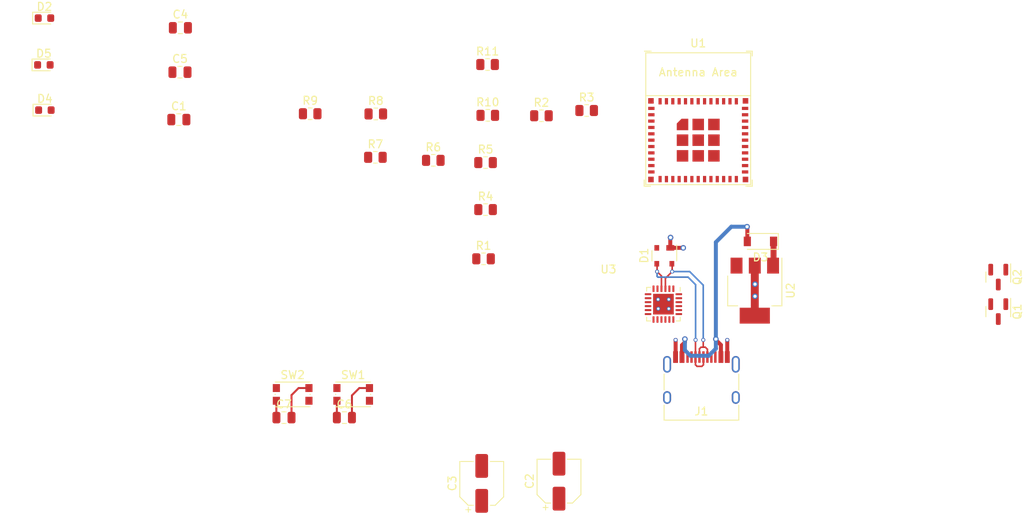
<source format=kicad_pcb>
(kicad_pcb (version 20211014) (generator pcbnew)
  (layers (0 "F.Cu" signal) (31 "B.Cu" signal) (34 "B.Paste" user) (35 "F.Paste" user) (36 "B.SilkS" user "B.Silkscreen") (37 "F.SilkS" user "F.Silkscreen") (38 "B.Mask" user) (39 "F.Mask" user) (44 "Edge.Cuts" user))
  (net 0 "")
  (net 1 "USB_GND")
  (net 2 "/CHIP_PU")
  (net 3 "3V3_BUS")
  (net 4 "5V_USB")
  (net 5 "Net-(D1-Pad2)")
  (net 6 "USB_D-")
  (net 7 "USB_D+")
  (net 8 "Net-(D2-Pad2)")
  (net 9 "Net-(D3-Pad2)")
  (net 10 "/GPIO.1")
  (net 11 "Net-(D4-Pad2)")
  (net 12 "/GPIO.0")
  (net 13 "Net-(D5-Pad2)")
  (net 18 "Net-(Q1-Pad1)")
  (net 19 "CP2102_RTS")
  (net 20 "Net-(Q2-Pad1)")
  (net 21 "CP2102_DTR")
  (net 22 "/GPIO9")
  (net 23 "Net-(R4-Pad2)")
  (net 24 "Net-(R5-Pad1)")
  (net 25 "Net-(R9-Pad2)")
  (net 28 "/GPIO.3")
  (net 29 "/GPIO.2")
  (net 33 "CP2102_RXD")
  (net 34 "CP2102_TXD")
  (net 38 "/GPIO2")
  (net 39 "/GPIO3")
  (net 43 "/GPIO0")
  (net 44 "/GPIO1")
  (net 46 "/GPIO10")
  (net 48 "/GPIO4")
  (net 49 "/GPIO5")
  (net 50 "/GPIO6")
  (net 51 "/GPIO7")
  (net 54 "/GPIO18")
  (net 55 "/GPIO19")
  (footprint "LED_SMD:LED_0603_1608Metric" (layer "F.Cu") (at 97.2057 22.7838)
    (fp_text reference "D5" (at 0 -1.43) (layer "F.SilkS"))
    (fp_text value "TX_LED_BLUE")
    (fp_line (start -1.485 0.735) (end 0.8 0.735) (layer "F.SilkS") (width 0.12))
    (fp_line (start 0.8 -0.735) (end -1.485 -0.735) (layer "F.SilkS") (width 0.12))
    (fp_line (start -1.485 -0.735) (end -1.485 0.735) (layer "F.SilkS") (width 0.12))
    (pad "1" smd roundrect (at -0.7875 0) (size 0.875 0.95) (layers "F.Cu" "F.Paste" "F.Mask") (net 12 "/GPIO.0"))
    (pad "2" smd roundrect (at 0.7875 0) (size 0.875 0.95) (layers "F.Cu" "F.Paste" "F.Mask") (net 13 "Net-(D5-Pad2)"))
  )
  (footprint "Button_Switch_SMD:SW_Push_1P1T_NO_CK_KMR2" (layer "F.Cu") (at 128.524 64.262)
    (fp_text reference "SW2" (at 0 -2.45) (layer "F.SilkS"))
    (fp_text value "TL6330AF200Q" hide)
    (fp_line (start 2.2 0.05) (end 2.2 -0.05) (layer "F.SilkS") (width 0.12))
    (fp_line (start -2.2 1.55) (end 2.2 1.55) (layer "F.SilkS") (width 0.12))
    (fp_line (start -2.2 0.05) (end -2.2 -0.05) (layer "F.SilkS") (width 0.12))
    (fp_line (start 2.2 -1.55) (end -2.2 -1.55) (layer "F.SilkS") (width 0.12))
    (pad "1" smd rect (at -2.05 0.8) (size 0.9 1) (layers "F.Cu" "F.Paste" "F.Mask") (net 1 "USB_GND"))
    (pad "2" smd rect (at 2.05 0.8) (size 0.9 1) (layers "F.Cu" "F.Paste" "F.Mask"))
    (pad "3" smd rect (at -2.05 -0.8) (size 0.9 1) (layers "F.Cu" "F.Paste" "F.Mask"))
    (pad "4" smd rect (at 2.05 -0.8) (size 0.9 1) (layers "F.Cu" "F.Paste" "F.Mask") (net 2 "/CHIP_PU"))
  )
  (footprint "Connector_USB:USB_C_Receptacle_HRO_TYPE-C-31-M-12" (layer "F.Cu") (at 179.9844 63.6028)
    (fp_text reference "J1" (at 0 2.7928) (layer "F.SilkS"))
    (fp_text value "USB_C_Receptacle_USB2.0" hide)
    (fp_line (start 4.7 2) (end 4.7 3.9) (layer "F.SilkS") (width 0.12))
    (fp_line (start -4.7 2) (end -4.7 3.9) (layer "F.SilkS") (width 0.12))
    (fp_line (start -4.7 -1.9) (end -4.7 0.1) (layer "F.SilkS") (width 0.12))
    (fp_line (start -4.7 3.9) (end 4.7 3.9) (layer "F.SilkS") (width 0.12))
    (fp_line (start 4.7 -1.9) (end 4.7 0.1) (layer "F.SilkS") (width 0.12))
    (pad "" np_thru_hole circle (at 2.89 -2.6) (size 0.65 0.65) (drill 0.65) (layers *.Cu *.Mask))
    (pad "" np_thru_hole circle (at -2.89 -2.6) (size 0.65 0.65) (drill 0.65) (layers *.Cu *.Mask))
    (pad "A1" smd rect (at -3.25 -4.045) (size 0.6 1.45) (layers "F.Cu" "F.Paste" "F.Mask") (net 1 "USB_GND"))
    (pad "A4" smd rect (at -2.45 -4.045) (size 0.6 1.45) (layers "F.Cu" "F.Paste" "F.Mask") (net 9 "Net-(D3-Pad2)"))
    (pad "A5" smd rect (at -1.25 -4.045) (size 0.3 1.45) (layers "F.Cu" "F.Paste" "F.Mask"))
    (pad "A6" smd rect (at -0.25 -4.045) (size 0.3 1.45) (layers "F.Cu" "F.Paste" "F.Mask") (net 7 "USB_D+"))
    (pad "A7" smd rect (at 0.25 -4.045) (size 0.3 1.45) (layers "F.Cu" "F.Paste" "F.Mask") (net 6 "USB_D-"))
    (pad "A8" smd rect (at 1.25 -4.045) (size 0.3 1.45) (layers "F.Cu" "F.Paste" "F.Mask"))
    (pad "A9" smd rect (at 2.45 -4.045) (size 0.6 1.45) (layers "F.Cu" "F.Paste" "F.Mask") (net 9 "Net-(D3-Pad2)"))
    (pad "A12" smd rect (at 3.25 -4.045) (size 0.6 1.45) (layers "F.Cu" "F.Paste" "F.Mask") (net 1 "USB_GND"))
    (pad "B1" smd rect (at 3.25 -4.045) (size 0.6 1.45) (layers "F.Cu" "F.Paste" "F.Mask") (net 1 "USB_GND"))
    (pad "B4" smd rect (at 2.45 -4.045) (size 0.6 1.45) (layers "F.Cu" "F.Paste" "F.Mask") (net 9 "Net-(D3-Pad2)"))
    (pad "B5" smd rect (at 1.75 -4.045) (size 0.3 1.45) (layers "F.Cu" "F.Paste" "F.Mask"))
    (pad "B6" smd rect (at 0.75 -4.045) (size 0.3 1.45) (layers "F.Cu" "F.Paste" "F.Mask") (net 7 "USB_D+"))
    (pad "B7" smd rect (at -0.75 -4.045) (size 0.3 1.45) (layers "F.Cu" "F.Paste" "F.Mask") (net 6 "USB_D-"))
    (pad "B8" smd rect (at -1.75 -4.045) (size 0.3 1.45) (layers "F.Cu" "F.Paste" "F.Mask"))
    (pad "B9" smd rect (at -2.45 -4.045) (size 0.6 1.45) (layers "F.Cu" "F.Paste" "F.Mask") (net 9 "Net-(D3-Pad2)"))
    (pad "B12" smd rect (at -3.25 -4.045) (size 0.6 1.45) (layers "F.Cu" "F.Paste" "F.Mask") (net 1 "USB_GND"))
    (pad "S1" thru_hole oval (at -4.32 1.05) (size 1 1.6) (drill oval 0.6 1.2) (layers *.Cu *.Mask) (net 1 "USB_GND"))
    (pad "S1" thru_hole oval (at 4.32 1.05) (size 1 1.6) (drill oval 0.6 1.2) (layers *.Cu *.Mask) (net 1 "USB_GND"))
    (pad "S1" thru_hole oval (at 4.32 -3.13) (size 1 2.1) (drill oval 0.6 1.7) (layers *.Cu *.Mask) (net 1 "USB_GND"))
    (pad "S1" thru_hole oval (at -4.32 -3.13) (size 1 2.1) (drill oval 0.6 1.7) (layers *.Cu *.Mask) (net 1 "USB_GND"))
  )
  (footprint "Capacitor_SMD:C_0805_2012Metric" (layer "F.Cu") (at 127.4318 67.183)
    (fp_text reference "C7" (at 0 -1.68) (layer "F.SilkS"))
    (fp_text value "0.1uF")
    (fp_line (start -0.261252 0.735) (end 0.261252 0.735) (layer "F.SilkS") (width 0.12))
    (fp_line (start -0.261252 -0.735) (end 0.261252 -0.735) (layer "F.SilkS") (width 0.12))
    (pad "1" smd roundrect (at -0.95 0) (size 1 1.45) (layers "F.Cu" "F.Paste" "F.Mask") (net 1 "USB_GND"))
    (pad "2" smd roundrect (at 0.95 0) (size 1 1.45) (layers "F.Cu" "F.Paste" "F.Mask") (net 2 "/CHIP_PU"))
  )
  (footprint "LED_SMD:LED_0603_1608Metric" (layer "F.Cu") (at 97.282 16.891)
    (fp_text reference "D2" (at 0 -1.43) (layer "F.SilkS"))
    (fp_text value "RED LED")
    (fp_line (start -1.485 0.735) (end 0.8 0.735) (layer "F.SilkS") (width 0.12))
    (fp_line (start 0.8 -0.735) (end -1.485 -0.735) (layer "F.SilkS") (width 0.12))
    (fp_line (start -1.485 -0.735) (end -1.485 0.735) (layer "F.SilkS") (width 0.12))
    (pad "1" smd roundrect (at -0.7875 0) (size 0.875 0.95) (layers "F.Cu" "F.Paste" "F.Mask") (net 1 "USB_GND"))
    (pad "2" smd roundrect (at 0.7875 0) (size 0.875 0.95) (layers "F.Cu" "F.Paste" "F.Mask") (net 8 "Net-(D2-Pad2)"))
  )
  (footprint "Resistor_SMD:R_0805_2012Metric" (layer "F.Cu") (at 159.8422 29.1846)
    (fp_text reference "R2" (at 0 -1.65) (layer "F.SilkS"))
    (fp_text value "22.1k")
    (fp_line (start -0.227064 -0.735) (end 0.227064 -0.735) (layer "F.SilkS") (width 0.12))
    (fp_line (start -0.227064 0.735) (end 0.227064 0.735) (layer "F.SilkS") (width 0.12))
    (pad "1" smd roundrect (at -0.9125 0) (size 1.025 1.4) (layers "F.Cu" "F.Paste" "F.Mask") (roundrect_rratio 0.243902) (net 4 "5V_USB"))
    (pad "2" smd roundrect (at 0.9125 0) (size 1.025 1.4) (layers "F.Cu" "F.Paste" "F.Mask") (roundrect_rratio 0.243902) (net 5 "Net-(D1-Pad2)"))
  )
  (footprint "Package_TO_SOT_SMD:SOT-143" (layer "F.Cu") (at 175.312 46.8148 -90)
    (fp_text reference "D1" (at -0.0254 2.54 90) (layer "F.SilkS"))
    (fp_text value "SP0503BAHT" hide)
    (fp_line (start -0.65 1.56) (end 0.65 1.56) (layer "F.SilkS") (width 0.12))
    (fp_line (start 0.65 -1.56) (end -1.35 -1.56) (layer "F.SilkS") (width 0.12))
    (pad "1" smd rect (at -1 -0.75 270) (size 0.7 1) (layers "F.Cu" "F.Paste" "F.Mask") (net 1 "USB_GND"))
    (pad "2" smd rect (at -1 0.95 270) (size 0.7 0.6) (layers "F.Cu" "F.Paste" "F.Mask") (net 5 "Net-(D1-Pad2)"))
    (pad "3" smd rect (at 1 0.95 270) (size 0.7 0.6) (layers "F.Cu" "F.Paste" "F.Mask") (net 6 "USB_D-"))
    (pad "4" smd rect (at 1 -0.95 270) (size 0.7 0.6) (layers "F.Cu" "F.Paste" "F.Mask") (net 7 "USB_D+"))
  )
  (footprint "Package_TO_SOT_SMD:SOT-23" (layer "F.Cu") (at 217.35 49.4941 -90)
    (fp_text reference "Q2" (at 0 -2.4 90) (layer "F.SilkS"))
    (fp_text value "MMSS8050" hide)
    (fp_line (start 0 1.56) (end 0.65 1.56) (layer "F.SilkS") (width 0.12))
    (fp_line (start 0 1.56) (end -0.65 1.56) (layer "F.SilkS") (width 0.12))
    (fp_line (start 0 -1.56) (end -1.675 -1.56) (layer "F.SilkS") (width 0.12))
    (fp_line (start 0 -1.56) (end 0.65 -1.56) (layer "F.SilkS") (width 0.12))
    (pad "1" smd roundrect (at -0.9375 -0.95 270) (size 1.475 0.6) (layers "F.Cu" "F.Paste" "F.Mask") (net 20 "Net-(Q2-Pad1)"))
    (pad "2" smd roundrect (at -0.9375 0.95 270) (size 1.475 0.6) (layers "F.Cu" "F.Paste" "F.Mask") (net 21 "CP2102_DTR"))
    (pad "3" smd roundrect (at 0.9375 0 270) (size 1.475 0.6) (layers "F.Cu" "F.Paste" "F.Mask") (net 22 "/GPIO9"))
  )
  (footprint "Resistor_SMD:R_0805_2012Metric" (layer "F.Cu") (at 146.2297 34.798)
    (fp_text reference "R6" (at 0 -1.65) (layer "F.SilkS"))
    (fp_text value "5k")
    (fp_line (start -0.227064 0.735) (end 0.227064 0.735) (layer "F.SilkS") (width 0.12))
    (fp_line (start -0.227064 -0.735) (end 0.227064 -0.735) (layer "F.SilkS") (width 0.12))
    (pad "1" smd roundrect (at -0.9125 0) (size 1.025 1.4) (layers "F.Cu" "F.Paste" "F.Mask") (roundrect_rratio 0.243902) (net 8 "Net-(D2-Pad2)"))
    (pad "2" smd roundrect (at 0.9125 0) (size 1.025 1.4) (layers "F.Cu" "F.Paste" "F.Mask") (roundrect_rratio 0.243902) (net 4 "5V_USB"))
  )
  (footprint "LED_SMD:LED_0603_1608Metric" (layer "F.Cu") (at 97.3328 28.4734)
    (fp_text reference "D4" (at 0 -1.43) (layer "F.SilkS"))
    (fp_text value "RX_LED_GREEN")
    (fp_line (start 0.8 -0.735) (end -1.485 -0.735) (layer "F.SilkS") (width 0.12))
    (fp_line (start -1.485 -0.735) (end -1.485 0.735) (layer "F.SilkS") (width 0.12))
    (fp_line (start -1.485 0.735) (end 0.8 0.735) (layer "F.SilkS") (width 0.12))
    (pad "1" smd roundrect (at -0.7875 0) (size 0.875 0.95) (layers "F.Cu" "F.Paste" "F.Mask") (net 10 "/GPIO.1"))
    (pad "2" smd roundrect (at 0.7875 0) (size 0.875 0.95) (layers "F.Cu" "F.Paste" "F.Mask") (net 11 "Net-(D4-Pad2)"))
  )
  (footprint "Resistor_SMD:R_0805_2012Metric" (layer "F.Cu") (at 165.5337 28.5242)
    (fp_text reference "R3" (at 0 -1.65) (layer "F.SilkS"))
    (fp_text value "47.5k")
    (fp_line (start -0.227064 0.735) (end 0.227064 0.735) (layer "F.SilkS") (width 0.12))
    (fp_line (start -0.227064 -0.735) (end 0.227064 -0.735) (layer "F.SilkS") (width 0.12))
    (pad "1" smd roundrect (at -0.9125 0) (size 1.025 1.4) (layers "F.Cu" "F.Paste" "F.Mask") (roundrect_rratio 0.243902) (net 5 "Net-(D1-Pad2)"))
    (pad "2" smd roundrect (at 0.9125 0) (size 1.025 1.4) (layers "F.Cu" "F.Paste" "F.Mask") (roundrect_rratio 0.243902) (net 1 "USB_GND"))
  )
  (footprint "Capacitor_SMD:C_0805_2012Metric" (layer "F.Cu") (at 114.1984 29.6672)
    (fp_text reference "C1" (at 0 -1.68) (layer "F.SilkS"))
    (fp_text value "1uF")
    (fp_line (start -0.261252 0.735) (end 0.261252 0.735) (layer "F.SilkS") (width 0.12))
    (fp_line (start -0.261252 -0.735) (end 0.261252 -0.735) (layer "F.SilkS") (width 0.12))
    (pad "1" smd roundrect (at -0.95 0) (size 1 1.45) (layers "F.Cu" "F.Paste" "F.Mask") (net 1 "USB_GND"))
    (pad "2" smd roundrect (at 0.95 0) (size 1 1.45) (layers "F.Cu" "F.Paste" "F.Mask") (net 2 "/CHIP_PU"))
  )
  (footprint "Resistor_SMD:R_0805_2012Metric" (layer "F.Cu") (at 152.5543 47.1932)
    (fp_text reference "R1" (at 0 -1.65) (layer "F.SilkS"))
    (fp_text value "10k")
    (fp_line (start -0.227064 0.735) (end 0.227064 0.735) (layer "F.SilkS") (width 0.12))
    (fp_line (start -0.227064 -0.735) (end 0.227064 -0.735) (layer "F.SilkS") (width 0.12))
    (pad "1" smd roundrect (at -0.9125 0) (size 1.025 1.4) (layers "F.Cu" "F.Paste" "F.Mask") (roundrect_rratio 0.243902) (net 3 "3V3_BUS"))
    (pad "2" smd roundrect (at 0.9125 0) (size 1.025 1.4) (layers "F.Cu" "F.Paste" "F.Mask") (roundrect_rratio 0.243902) (net 2 "/CHIP_PU"))
  )
  (footprint "Resistor_SMD:R_0805_2012Metric" (layer "F.Cu") (at 152.8083 40.9956)
    (fp_text reference "R4" (at 0 -1.65) (layer "F.SilkS"))
    (fp_text value "10k")
    (fp_line (start -0.227064 0.735) (end 0.227064 0.735) (layer "F.SilkS") (width 0.12))
    (fp_line (start -0.227064 -0.735) (end 0.227064 -0.735) (layer "F.SilkS") (width 0.12))
    (pad "1" smd roundrect (at -0.9125 0) (size 1.025 1.4) (layers "F.Cu" "F.Paste" "F.Mask") (roundrect_rratio 0.243902) (net 3 "3V3_BUS"))
    (pad "2" smd roundrect (at 0.9125 0) (size 1.025 1.4) (layers "F.Cu" "F.Paste" "F.Mask") (roundrect_rratio 0.243902) (net 23 "Net-(R4-Pad2)"))
  )
  (footprint "Resistor_SMD:R_0805_2012Metric" (layer "F.Cu") (at 138.9399 34.417)
    (fp_text reference "R7" (at 0 -1.65) (layer "F.SilkS"))
    (fp_text value "2.2k")
    (fp_line (start -0.227064 -0.735) (end 0.227064 -0.735) (layer "F.SilkS") (width 0.12))
    (fp_line (start -0.227064 0.735) (end 0.227064 0.735) (layer "F.SilkS") (width 0.12))
    (pad "1" smd roundrect (at -0.9125 0) (size 1.025 1.4) (layers "F.Cu" "F.Paste" "F.Mask") (roundrect_rratio 0.243902) (net 11 "Net-(D4-Pad2)"))
    (pad "2" smd roundrect (at 0.9125 0) (size 1.025 1.4) (layers "F.Cu" "F.Paste" "F.Mask") (roundrect_rratio 0.243902) (net 3 "3V3_BUS"))
  )
  (footprint "Resistor_SMD:R_0805_2012Metric" (layer "F.Cu") (at 153.0858 29.1338)
    (fp_text reference "R10" (at 0 -1.65) (layer "F.SilkS"))
    (fp_text value "10k")
    (fp_line (start -0.227064 0.735) (end 0.227064 0.735) (layer "F.SilkS") (width 0.12))
    (fp_line (start -0.227064 -0.735) (end 0.227064 -0.735) (layer "F.SilkS") (width 0.12))
    (pad "1" smd roundrect (at -0.9125 0) (size 1.025 1.4) (layers "F.Cu" "F.Paste" "F.Mask") (roundrect_rratio 0.243902) (net 21 "CP2102_DTR"))
    (pad "2" smd roundrect (at 0.9125 0) (size 1.025 1.4) (layers "F.Cu" "F.Paste" "F.Mask") (roundrect_rratio 0.243902) (net 18 "Net-(Q1-Pad1)"))
  )
  (footprint "Resistor_SMD:R_0805_2012Metric" (layer "F.Cu") (at 153.0623 22.733)
    (fp_text reference "R11" (at 0 -1.65) (layer "F.SilkS"))
    (fp_text value "10k")
    (fp_line (start -0.227064 0.735) (end 0.227064 0.735) (layer "F.SilkS") (width 0.12))
    (fp_line (start -0.227064 -0.735) (end 0.227064 -0.735) (layer "F.SilkS") (width 0.12))
    (pad "1" smd roundrect (at -0.9125 0) (size 1.025 1.4) (layers "F.Cu" "F.Paste" "F.Mask") (roundrect_rratio 0.243902) (net 19 "CP2102_RTS"))
    (pad "2" smd roundrect (at 0.9125 0) (size 1.025 1.4) (layers "F.Cu" "F.Paste" "F.Mask") (roundrect_rratio 0.243902) (net 20 "Net-(Q2-Pad1)"))
  )
  (footprint "Capacitor_SMD:C_0805_2012Metric" (layer "F.Cu") (at 114.3914 18.1102)
    (fp_text reference "C4" (at 0 -1.68) (layer "F.SilkS"))
    (fp_text value "1uF")
    (fp_line (start -0.261252 -0.735) (end 0.261252 -0.735) (layer "F.SilkS") (width 0.12))
    (fp_line (start -0.261252 0.735) (end 0.261252 0.735) (layer "F.SilkS") (width 0.12))
    (pad "1" smd roundrect (at -0.95 0) (size 1 1.45) (layers "F.Cu" "F.Paste" "F.Mask") (net 3 "3V3_BUS"))
    (pad "2" smd roundrect (at 0.95 0) (size 1 1.45) (layers "F.Cu" "F.Paste" "F.Mask") (net 1 "USB_GND"))
  )
  (footprint "ESP:ESP32-C3-MINI-1" (layer "F.Cu") (at 179.578 32.258)
    (fp_text reference "U1" (at 0 -12.2) (layer "F.SilkS"))
    (fp_text value "ESP32-C3-MINI-1" hide)
    (fp_text user "Antenna Area" (at 0 -8.55) (layer "F.SilkS"))
    (fp_line (start -6.6 5.6) (end -6.6 -11) (layer "F.SilkS") (width 0.12))
    (fp_line (start 6.8 5) (end 6.8 5.8) (layer "F.SilkS") (width 0.12))
    (fp_line (start -6.8 5) (end -6.8 5.8) (layer "F.SilkS") (width 0.12))
    (fp_line (start 6.6 -11) (end 6.6 5.6) (layer "F.SilkS") (width 0.12))
    (fp_line (start -6.8 5.8) (end -6 5.8) (layer "F.SilkS") (width 0.12))
    (fp_line (start -5.925 -11.2) (end -6.775 -11.2) (layer "F.SilkS") (width 0.12))
    (fp_line (start -6.6 -5.6) (end 6.6 -5.6) (layer "F.SilkS") (width 0.12))
    (fp_line (start 6.05 -11.2) (end 6.8 -11.2) (layer "F.SilkS") (width 0.12))
    (fp_line (start 6.8 -11.2) (end 6.8 -10.6) (layer "F.SilkS") (width 0.12))
    (fp_line (start 6.6 5.6) (end -6.6 5.6) (layer "F.SilkS") (width 0.12))
    (fp_line (start 6.8 5.8) (end 6 5.8) (layer "F.SilkS") (width 0.12))
    (fp_line (start -6.6 -11) (end 6.6 -11) (layer "F.SilkS") (width 0.12))
    (pad "1" smd rect (at -5.9 -4 90) (size 0.4 0.8) (layers "F.Cu" "F.Paste" "F.Mask") (net 1 "USB_GND"))
    (pad "2" smd rect (at -5.9 -3.2 90) (size 0.4 0.8) (layers "F.Cu" "F.Paste" "F.Mask") (net 1 "USB_GND"))
    (pad "3" smd rect (at -5.9 -2.4 90) (size 0.4 0.8) (layers "F.Cu" "F.Paste" "F.Mask") (net 3 "3V3_BUS"))
    (pad "4" smd rect (at -5.9 -1.6 90) (size 0.4 0.8) (layers "F.Cu" "F.Paste" "F.Mask"))
    (pad "5" smd rect (at -5.9 -0.8 90) (size 0.4 0.8) (layers "F.Cu" "F.Paste" "F.Mask") (net 38 "/GPIO2"))
    (pad "6" smd rect (at -5.9 0 90) (size 0.4 0.8) (layers "F.Cu" "F.Paste" "F.Mask") (net 39 "/GPIO3"))
    (pad "7" smd rect (at -5.9 0.8 90) (size 0.4 0.8) (layers "F.Cu" "F.Paste" "F.Mask"))
    (pad "8" smd rect (at -5.9 1.6 90) (size 0.4 0.8) (layers "F.Cu" "F.Paste" "F.Mask") (net 2 "/CHIP_PU"))
    (pad "9" smd rect (at -5.9 2.4 90) (size 0.4 0.8) (layers "F.Cu" "F.Paste" "F.Mask"))
    (pad "10" smd rect (at -5.9 3.2 90) (size 0.4 0.8) (layers "F.Cu" "F.Paste" "F.Mask"))
    (pad "11" smd rect (at -5.9 4 90) (size 0.4 0.8) (layers "F.Cu" "F.Paste" "F.Mask") (net 1 "USB_GND"))
    (pad "12" smd rect (at -4.8 4.9) (size 0.4 0.8) (layers "F.Cu" "F.Paste" "F.Mask") (net 43 "/GPIO0"))
    (pad "13" smd rect (at -4 4.9) (size 0.4 0.8) (layers "F.Cu" "F.Paste" "F.Mask") (net 44 "/GPIO1"))
    (pad "14" smd rect (at -3.2 4.9) (size 0.4 0.8) (layers "F.Cu" "F.Paste" "F.Mask") (net 1 "USB_GND"))
    (pad "15" smd rect (at -2.4 4.9) (size 0.4 0.8) (layers "F.Cu" "F.Paste" "F.Mask"))
    (pad "16" smd rect (at -1.6 4.9) (size 0.4 0.8) (layers "F.Cu" "F.Paste" "F.Mask") (net 46 "/GPIO10"))
    (pad "17" smd rect (at -0.8 4.9) (size 0.4 0.8) (layers "F.Cu" "F.Paste" "F.Mask"))
    (pad "18" smd rect (at 0 4.9) (size 0.4 0.8) (layers "F.Cu" "F.Paste" "F.Mask") (net 48 "/GPIO4"))
    (pad "19" smd rect (at 0.8 4.9) (size 0.4 0.8) (layers "F.Cu" "F.Paste" "F.Mask") (net 49 "/GPIO5"))
    (pad "20" smd rect (at 1.6 4.9) (size 0.4 0.8) (layers "F.Cu" "F.Paste" "F.Mask") (net 50 "/GPIO6"))
    (pad "21" smd rect (at 2.4 4.9) (size 0.4 0.8) (layers "F.Cu" "F.Paste" "F.Mask") (net 51 "/GPIO7"))
    (pad "22" smd rect (at 3.2 4.9) (size 0.4 0.8) (layers "F.Cu" "F.Paste" "F.Mask") (net 23 "Net-(R4-Pad2)"))
    (pad "23" smd rect (at 4 4.9) (size 0.4 0.8) (layers "F.Cu" "F.Paste" "F.Mask") (net 22 "/GPIO9"))
    (pad "24" smd rect (at 4.8 4.9) (size 0.4 0.8) (layers "F.Cu" "F.Paste" "F.Mask"))
    (pad "25" smd rect (at 5.9 4 90) (size 0.4 0.8) (layers "F.Cu" "F.Paste" "F.Mask"))
    (pad "26" smd rect (at 5.9 3.2 90) (size 0.4 0.8) (layers "F.Cu" "F.Paste" "F.Mask") (net 54 "/GPIO18"))
    (pad "27" smd rect (at 5.9 2.4 90) (size 0.4 0.8) (layers "F.Cu" "F.Paste" "F.Mask") (net 55 "/GPIO19"))
    (pad "28" smd rect (at 5.9 1.6 90) (size 0.4 0.8) (layers "F.Cu" "F.Paste" "F.Mask"))
    (pad "29" smd rect (at 5.9 0.8 90) (size 0.4 0.8) (layers "F.Cu" "F.Paste" "F.Mask"))
    (pad "30" smd rect (at 5.9 0 90) (size 0.4 0.8) (layers "F.Cu" "F.Paste" "F.Mask") (net 34 "CP2102_TXD"))
    (pad "31" smd rect (at 5.9 -0.8 90) (size 0.4 0.8) (layers "F.Cu" "F.Paste" "F.Mask") (net 33 "CP2102_RXD"))
    (pad "32" smd rect (at 5.9 -1.6 90) (size 0.4 0.8) (layers "F.Cu" "F.Paste" "F.Mask"))
    (pad "33" smd rect (at 5.9 -2.4 90) (size 0.4 0.8) (layers "F.Cu" "F.Paste" "F.Mask"))
    (pad "34" smd rect (at 5.9 -3.2 90) (size 0.4 0.8) (layers "F.Cu" "F.Paste" "F.Mask"))
    (pad "35" smd rect (at 5.9 -4 90) (size 0.4 0.8) (layers "F.Cu" "F.Paste" "F.Mask"))
    (pad "36" smd rect (at 0 0 90) (size 1.45 1.45) (layers "F.Cu" "F.Paste" "F.Mask") (net 1 "USB_GND"))
    (pad "36" smd rect (at -2.4 -4.9) (size 0.4 0.8) (layers "F.Cu" "F.Paste" "F.Mask") (net 1 "USB_GND"))
    (pad "36" smd custom (at -1.975 -1.975) (size 0.8 0.8) (layers "F.Cu" "F.Paste" "F.Mask") (net 1 "USB_GND") (options (clearance outline) (anchor rect)) (primitives (gr_poly (pts (xy 0.725 0.725) (xy -0.725 0.725) (xy -0.725 -0.125) (xy -0.125 -0.725) (xy 0.725 -0.725)) (width 0) (fill yes))))
    (pad "36" smd rect (at 3.2 -4.9) (size 0.4 0.8) (layers "F.Cu" "F.Paste" "F.Mask") (net 1 "USB_GND"))
    (pad "36" smd rect (at 5.95 4.95 90) (size 0.7 0.7) (layers "F.Cu" "F.Paste" "F.Mask") (net 1 "USB_GND"))
    (pad "36" smd rect (at 1.975 1.975 90) (size 1.45 1.45) (layers "F.Cu" "F.Paste" "F.Mask") (net 1 "USB_GND"))
    (pad "36" smd rect (at -1.6 -4.9) (size 0.4 0.8) (layers "F.Cu" "F.Paste" "F.Mask") (net 1 "USB_GND"))
    (pad "36" smd rect (at 0.8 -4.9) (size 0.4 0.8) (layers "F.Cu" "F.Paste" "F.Mask") (net 1 "USB_GND"))
    (pad "36" smd rect (at 0 -4.9) (size 0.4 0.8) (layers "F.Cu" "F.Paste" "F.Mask") (net 1 "USB_GND"))
    (pad "36" smd rect (at 4 -4.9) (size 0.4 0.8) (layers "F.Cu" "F.Paste" "F.Mask") (net 1 "USB_GND"))
    (pad "36" smd rect (at -5.95 -4.95 90) (size 0.7 0.7) (layers "F.Cu" "F.Paste" "F.Mask") (net 1 "USB_GND"))
    (pad "36" smd rect (at -0.8 -4.9) (size 0.4 0.8) (layers "F.Cu" "F.Paste" "F.Mask") (net 1 "USB_GND"))
    (pad "36" smd rect (at -4.8 -4.9) (size 0.4 0.8) (layers "F.Cu" "F.Paste" "F.Mask") (net 1 "USB_GND"))
    (pad "36" smd rect (at -1.975 0 90) (size 1.45 1.45) (layers "F.Cu" "F.Paste" "F.Mask") (net 1 "USB_GND"))
    (pad "36" smd rect (at 1.975 0 90) (size 1.45 1.45) (layers "F.Cu" "F.Paste" "F.Mask") (net 1 "USB_GND"))
    (pad "36" smd rect (at -3.2 -4.9) (size 0.4 0.8) (layers "F.Cu" "F.Paste" "F.Mask") (net 1 "USB_GND"))
    (pad "36" smd rect (at 1.6 -4.9) (size 0.4 0.8) (layers "F.Cu" "F.Paste" "F.Mask") (net 1 "USB_GND"))
    (pad "36" smd rect (at -5.95 4.95 90) (size 0.7 0.7) (layers "F.Cu" "F.Paste" "F.Mask") (net 1 "USB_GND"))
    (pad "36" smd rect (at 2.4 -4.9) (size 0.4 0.8) (layers "F.Cu" "F.Paste" "F.Mask") (net 1 "USB_GND"))
    (pad "36" smd rect (at -1.975 1.975 90) (size 1.45 1.45) (layers "F.Cu" "F.Paste" "F.Mask") (net 1 "USB_GND"))
    (pad "36" smd rect (at 4.8 -4.9) (size 0.4 0.8) (layers "F.Cu" "F.Paste" "F.Mask") (net 1 "USB_GND"))
    (pad "36" smd rect (at 0 1.975 90) (size 1.45 1.45) (layers "F.Cu" "F.Paste" "F.Mask") (net 1 "USB_GND"))
    (pad "36" smd rect (at 0 -1.975 90) (size 1.45 1.45) (layers "F.Cu" "F.Paste" "F.Mask") (net 1 "USB_GND"))
    (pad "36" smd rect (at 1.975 -1.975 90) (size 1.45 1.45) (layers "F.Cu" "F.Paste" "F.Mask") (net 1 "USB_GND"))
    (pad "36" smd rect (at -4 -4.9) (size 0.4 0.8) (layers "F.Cu" "F.Paste" "F.Mask") (net 1 "USB_GND"))
    (pad "36" smd rect (at 5.95 -4.95 90) (size 0.7 0.7) (layers "F.Cu" "F.Paste" "F.Mask") (net 1 "USB_GND"))
  )
  (footprint "Package_DFN_QFN:QFN-24-1EP_4x4mm_P0.5mm_EP2.6x2.6mm" (layer "F.Cu") (at 175.2 52.9 -90)
    (fp_text reference "U3" (at -4.3792 6.9238) (layer "F.SilkS"))
    (fp_text value "CP2102N-Axx-xQFN24" hide)
    (fp_line (start 2.11 2.11) (end 2.11 1.635) (layer "F.SilkS") (width 0.12))
    (fp_line (start 2.11 -2.11) (end 2.11 -1.635) (layer "F.SilkS") (width 0.12))
    (fp_line (start 1.635 2.11) (end 2.11 2.11) (layer "F.SilkS") (width 0.12))
    (fp_line (start -2.11 2.11) (end -2.11 1.635) (layer "F.SilkS") (width 0.12))
    (fp_line (start -1.635 -2.11) (end -2.11 -2.11) (layer "F.SilkS") (width 0.12))
    (fp_line (start -1.635 2.11) (end -2.11 2.11) (layer "F.SilkS") (width 0.12))
    (fp_line (start 1.635 -2.11) (end 2.11 -2.11) (layer "F.SilkS") (width 0.12))
    (pad "1" smd roundrect (at -1.9375 -1.25 270) (size 0.825 0.25) (layers "F.Cu" "F.Paste" "F.Mask"))
    (pad "2" smd roundrect (at -1.9375 -0.75 270) (size 0.825 0.25) (layers "F.Cu" "F.Paste" "F.Mask") (net 1 "USB_GND"))
    (pad "3" smd roundrect (at -1.9375 -0.25 270) (size 0.825 0.25) (layers "F.Cu" "F.Paste" "F.Mask") (net 7 "USB_D+"))
    (pad "4" smd roundrect (at -1.9375 0.25 270) (size 0.825 0.25) (layers "F.Cu" "F.Paste" "F.Mask") (net 6 "USB_D-"))
    (pad "5" smd roundrect (at -1.9375 0.75 270) (size 0.825 0.25) (layers "F.Cu" "F.Paste" "F.Mask") (net 3 "3V3_BUS"))
    (pad "6" smd roundrect (at -1.9375 1.25 270) (size 0.825 0.25) (layers "F.Cu" "F.Paste" "F.Mask") (net 3 "3V3_BUS"))
    (pad "7" smd roundrect (at -1.25 1.9375 270) (size 0.25 0.825) (layers "F.Cu" "F.Paste" "F.Mask") (net 3 "3V3_BUS"))
    (pad "8" smd roundrect (at -0.75 1.9375 270) (size 0.25 0.825) (layers "F.Cu" "F.Paste" "F.Mask") (net 5 "Net-(D1-Pad2)"))
    (pad "9" smd roundrect (at -0.25 1.9375 270) (size 0.25 0.825) (layers "F.Cu" "F.Paste" "F.Mask") (net 25 "Net-(R9-Pad2)"))
    (pad "10" smd roundrect (at 0.25 1.9375 270) (size 0.25 0.825) (layers "F.Cu" "F.Paste" "F.Mask"))
    (pad "11" smd roundrect (at 0.75 1.9375 270) (size 0.25 0.825) (layers "F.Cu" "F.Paste" "F.Mask") (net 28 "/GPIO.3"))
    (pad "12" smd roundrect (at 1.25 1.9375 270) (size 0.25 0.825) (layers "F.Cu" "F.Paste" "F.Mask") (net 29 "/GPIO.2"))
    (pad "13" smd roundrect (at 1.9375 1.25 270) (size 0.825 0.25) (layers "F.Cu" "F.Paste" "F.Mask") (net 10 "/GPIO.1"))
    (pad "14" smd roundrect (at 1.9375 0.75 270) (size 0.825 0.25) (layers "F.Cu" "F.Paste" "F.Mask") (net 12 "/GPIO.0"))
    (pad "15" smd roundrect (at 1.9375 0.25 270) (size 0.825 0.25) (layers "F.Cu" "F.Paste" "F.Mask") (net 24 "Net-(R5-Pad1)"))
    (pad "16" smd roundrect (at 1.9375 -0.25 270) (size 0.825 0.25) (layers "F.Cu" "F.Paste" "F.Mask"))
    (pad "17" smd roundrect (at 1.9375 -0.75 270) (size 0.825 0.25) (layers "F.Cu" "F.Paste" "F.Mask"))
    (pad "18" smd roundrect (at 1.9375 -1.25 270) (size 0.825 0.25) (layers "F.Cu" "F.Paste" "F.Mask"))
    (pad "19" smd roundrect (at 1.25 -1.9375 270) (size 0.25 0.825) (layers "F.Cu" "F.Paste" "F.Mask") (net 19 "CP2102_RTS"))
    (pad "20" smd roundrect (at 0.75 -1.9375 270) (size 0.25 0.825) (layers "F.Cu" "F.Paste" "F.Mask") (net 33 "CP2102_RXD"))
    (pad "21" smd roundrect (at 0.25 -1.9375 270) (size 0.25 0.825) (layers "F.Cu" "F.Paste" "F.Mask") (net 34 "CP2102_TXD"))
    (pad "22" smd roundrect (at -0.25 -1.9375 270) (size 0.25 0.825) (layers "F.Cu" "F.Paste" "F.Mask"))
    (pad "23" smd roundrect (at -0.75 -1.9375 270) (size 0.25 0.825) (layers "F.Cu" "F.Paste" "F.Mask") (net 21 "CP2102_DTR"))
    (pad "24" smd roundrect (at -1.25 -1.9375 270) (size 0.25 0.825) (layers "F.Cu" "F.Paste" "F.Mask"))
    (pad "25" smd rect (at 0 0 270) (size 2.6 2.6) (layers "F.Cu" "F.Mask") (net 1 "USB_GND"))
  )
  (footprint "Diode_SMD:D_SOD-123" (layer "F.Cu") (at 187.4102 45.0024 180)
    (fp_text reference "D3" (at 0 -2) (layer "F.SilkS"))
    (fp_text value "SS1040_R1_00001" hide)
    (fp_line (start -2.25 1) (end 1.65 1) (layer "F.SilkS") (width 0.12))
    (fp_line (start -2.25 -1) (end 1.65 -1) (layer "F.SilkS") (width 0.12))
    (fp_line (start -2.25 -1) (end -2.25 1) (layer "F.SilkS") (width 0.12))
    (pad "1" smd rect (at -1.65 0 180) (size 0.9 1.2) (layers "F.Cu" "F.Paste" "F.Mask") (net 4 "5V_USB"))
    (pad "2" smd rect (at 1.65 0 180) (size 0.9 1.2) (layers "F.Cu" "F.Paste" "F.Mask") (net 9 "Net-(D3-Pad2)"))
  )
  (footprint "Button_Switch_SMD:SW_Push_1P1T_NO_CK_KMR2" (layer "F.Cu") (at 136.144 64.262)
    (fp_text reference "SW1" (at 0 -2.45) (layer "F.SilkS"))
    (fp_text value "TL6330AF200Q" hide)
    (fp_line (start -2.2 1.55) (end 2.2 1.55) (layer "F.SilkS") (width 0.12))
    (fp_line (start -2.2 0.05) (end -2.2 -0.05) (layer "F.SilkS") (width 0.12))
    (fp_line (start 2.2 0.05) (end 2.2 -0.05) (layer "F.SilkS") (width 0.12))
    (fp_line (start 2.2 -1.55) (end -2.2 -1.55) (layer "F.SilkS") (width 0.12))
    (pad "1" smd rect (at -2.05 0.8) (size 0.9 1) (layers "F.Cu" "F.Paste" "F.Mask") (net 1 "USB_GND"))
    (pad "2" smd rect (at 2.05 0.8) (size 0.9 1) (layers "F.Cu" "F.Paste" "F.Mask"))
    (pad "3" smd rect (at -2.05 -0.8) (size 0.9 1) (layers "F.Cu" "F.Paste" "F.Mask"))
    (pad "4" smd rect (at 2.05 -0.8) (size 0.9 1) (layers "F.Cu" "F.Paste" "F.Mask") (net 22 "/GPIO9"))
  )
  (footprint "Resistor_SMD:R_0805_2012Metric" (layer "F.Cu") (at 138.9907 28.956)
    (fp_text reference "R8" (at 0 -1.65) (layer "F.SilkS"))
    (fp_text value "2.2k")
    (fp_line (start -0.227064 0.735) (end 0.227064 0.735) (layer "F.SilkS") (width 0.12))
    (fp_line (start -0.227064 -0.735) (end 0.227064 -0.735) (layer "F.SilkS") (width 0.12))
    (pad "1" smd roundrect (at -0.9125 0) (size 1.025 1.4) (layers "F.Cu" "F.Paste" "F.Mask") (roundrect_rratio 0.243902) (net 13 "Net-(D5-Pad2)"))
    (pad "2" smd roundrect (at 0.9125 0) (size 1.025 1.4) (layers "F.Cu" "F.Paste" "F.Mask") (roundrect_rratio 0.243902) (net 3 "3V3_BUS"))
  )
  (footprint "Capacitor_SMD:C_0805_2012Metric" (layer "F.Cu") (at 114.3406 23.6982)
    (fp_text reference "C5" (at 0 -1.68) (layer "F.SilkS"))
    (fp_text value "0.1uF")
    (fp_line (start -0.261252 -0.735) (end 0.261252 -0.735) (layer "F.SilkS") (width 0.12))
    (fp_line (start -0.261252 0.735) (end 0.261252 0.735) (layer "F.SilkS") (width 0.12))
    (pad "1" smd roundrect (at -0.95 0) (size 1 1.45) (layers "F.Cu" "F.Paste" "F.Mask") (net 3 "3V3_BUS"))
    (pad "2" smd roundrect (at 0.95 0) (size 1 1.45) (layers "F.Cu" "F.Paste" "F.Mask") (net 1 "USB_GND"))
  )
  (footprint "Capacitor_SMD:C_0805_2012Metric" (layer "F.Cu") (at 135.0366 67.183)
    (fp_text reference "C6" (at 0 -1.68) (layer "F.SilkS"))
    (fp_text value "0.1uF")
    (fp_line (start -0.261252 -0.735) (end 0.261252 -0.735) (layer "F.SilkS") (width 0.12))
    (fp_line (start -0.261252 0.735) (end 0.261252 0.735) (layer "F.SilkS") (width 0.12))
    (pad "1" smd roundrect (at -0.95 0) (size 1 1.45) (layers "F.Cu" "F.Paste" "F.Mask") (net 1 "USB_GND"))
    (pad "2" smd roundrect (at 0.95 0) (size 1 1.45) (layers "F.Cu" "F.Paste" "F.Mask") (net 22 "/GPIO9"))
  )
  (footprint "Capacitor_SMD:CP_Elec_5x5.3" (layer "F.Cu") (at 152.3238 75.4634 90)
    (fp_text reference "C3" (at 0 -3.7 90) (layer "F.SilkS"))
    (fp_text value "4.7uF")
    (fp_line (start -2.76 1.695563) (end -1.695563 2.76) (layer "F.SilkS") (width 0.12))
    (fp_line (start 2.76 -2.76) (end 2.76 -1.06) (layer "F.SilkS") (width 0.12))
    (fp_line (start -2.76 -1.695563) (end -2.76 -1.06) (layer "F.SilkS") (width 0.12))
    (fp_line (start -2.76 1.695563) (end -2.76 1.06) (layer "F.SilkS") (width 0.12))
    (fp_line (start -1.695563 2.76) (end 2.76 2.76) (layer "F.SilkS") (width 0.12))
    (fp_line (start -3.3125 -1.9975) (end -3.3125 -1.3725) (layer "F.SilkS") (width 0.12))
    (fp_line (start -2.76 -1.695563) (end -1.695563 -2.76) (layer "F.SilkS") (width 0.12))
    (fp_line (start 2.76 2.76) (end 2.76 1.06) (layer "F.SilkS") (width 0.12))
    (fp_line (start -3.625 -1.685) (end -3 -1.685) (layer "F.SilkS") (width 0.12))
    (fp_line (start -1.695563 -2.76) (end 2.76 -2.76) (layer "F.SilkS") (width 0.12))
    (pad "1" smd roundrect (at -2.2 0 90) (size 3 1.6) (layers "F.Cu" "F.Paste" "F.Mask") (roundrect_rratio 0.15625) (net 4 "5V_USB"))
    (pad "2" smd roundrect (at 2.2 0 90) (size 3 1.6) (layers "F.Cu" "F.Paste" "F.Mask") (roundrect_rratio 0.15625) (net 1 "USB_GND"))
  )
  (footprint "Package_TO_SOT_SMD:SOT-23" (layer "F.Cu") (at 217.35 53.8375 -90)
    (fp_text reference "Q1" (at 0 -2.4 90) (layer "F.SilkS"))
    (fp_text value "MMSS8050" hide)
    (fp_line (start 0 1.56) (end -0.65 1.56) (layer "F.SilkS") (width 0.12))
    (fp_line (start 0 1.56) (end 0.65 1.56) (layer "F.SilkS") (width 0.12))
    (fp_line (start 0 -1.56) (end 0.65 -1.56) (layer "F.SilkS") (width 0.12))
    (fp_line (start 0 -1.56) (end -1.675 -1.56) (layer "F.SilkS") (width 0.12))
    (pad "1" smd roundrect (at -0.9375 -0.95 270) (size 1.475 0.6) (layers "F.Cu" "F.Paste" "F.Mask") (net 18 "Net-(Q1-Pad1)"))
    (pad "2" smd roundrect (at -0.9375 0.95 270) (size 1.475 0.6) (layers "F.Cu" "F.Paste" "F.Mask") (net 19 "CP2102_RTS"))
    (pad "3" smd roundrect (at 0.9375 0 270) (size 1.475 0.6) (layers "F.Cu" "F.Paste" "F.Mask") (net 2 "/CHIP_PU"))
  )
  (footprint "Resistor_SMD:R_0805_2012Metric" (layer "F.Cu") (at 152.8064 35.0774)
    (fp_text reference "R5" (at 0 -1.65) (layer "F.SilkS"))
    (fp_text value "10k")
    (fp_line (start -0.227064 -0.735) (end 0.227064 -0.735) (layer "F.SilkS") (width 0.12))
    (fp_line (start -0.227064 0.735) (end 0.227064 0.735) (layer "F.SilkS") (width 0.12))
    (pad "1" smd roundrect (at -0.9125 0) (size 1.025 1.4) (layers "F.Cu" "F.Paste" "F.Mask") (roundrect_rratio 0.243902) (net 24 "Net-(R5-Pad1)"))
    (pad "2" smd roundrect (at 0.9125 0) (size 1.025 1.4) (layers "F.Cu" "F.Paste" "F.Mask") (roundrect_rratio 0.243902) (net 1 "USB_GND"))
  )
  (footprint "Capacitor_SMD:CP_Elec_5x5.3" (layer "F.Cu") (at 162.052 75.184 90)
    (fp_text reference "C2" (at 0 -3.7 90) (layer "F.SilkS"))
    (fp_text value "10uF")
    (fp_line (start -2.76 1.695563) (end -1.695563 2.76) (layer "F.SilkS") (width 0.12))
    (fp_line (start -2.76 1.695563) (end -2.76 1.06) (layer "F.SilkS") (width 0.12))
    (fp_line (start -1.695563 2.76) (end 2.76 2.76) (layer "F.SilkS") (width 0.12))
    (fp_line (start 2.76 -2.76) (end 2.76 -1.06) (layer "F.SilkS") (width 0.12))
    (fp_line (start 2.76 2.76) (end 2.76 1.06) (layer "F.SilkS") (width 0.12))
    (fp_line (start -3.625 -1.685) (end -3 -1.685) (layer "F.SilkS") (width 0.12))
    (fp_line (start -2.76 -1.695563) (end -2.76 -1.06) (layer "F.SilkS") (width 0.12))
    (fp_line (start -1.695563 -2.76) (end 2.76 -2.76) (layer "F.SilkS") (width 0.12))
    (fp_line (start -3.3125 -1.9975) (end -3.3125 -1.3725) (layer "F.SilkS") (width 0.12))
    (fp_line (start -2.76 -1.695563) (end -1.695563 -2.76) (layer "F.SilkS") (width 0.12))
    (pad "1" smd roundrect (at -2.2 0 90) (size 3 1.6) (layers "F.Cu" "F.Paste" "F.Mask") (roundrect_rratio 0.15625) (net 3 "3V3_BUS"))
    (pad "2" smd roundrect (at 2.2 0 90) (size 3 1.6) (layers "F.Cu" "F.Paste" "F.Mask") (roundrect_rratio 0.15625) (net 1 "USB_GND"))
  )
  (footprint "Resistor_SMD:R_0805_2012Metric" (layer "F.Cu") (at 130.7319 28.9306)
    (fp_text reference "R9" (at 0 -1.65) (layer "F.SilkS"))
    (fp_text value "1k")
    (fp_line (start -0.227064 -0.735) (end 0.227064 -0.735) (layer "F.SilkS") (width 0.12))
    (fp_line (start -0.227064 0.735) (end 0.227064 0.735) (layer "F.SilkS") (width 0.12))
    (pad "1" smd roundrect (at -0.9125 0) (size 1.025 1.4) (layers "F.Cu" "F.Paste" "F.Mask") (roundrect_rratio 0.243902) (net 3 "3V3_BUS"))
    (pad "2" smd roundrect (at 0.9125 0) (size 1.025 1.4) (layers "F.Cu" "F.Paste" "F.Mask") (roundrect_rratio 0.243902) (net 25 "Net-(R9-Pad2)"))
  )
  (footprint "Package_TO_SOT_SMD:SOT-223-3_TabPin2" (layer "F.Cu") (at 186.7 51.2 -90)
    (fp_text reference "U2" (at 0 -4.5 90) (layer "F.SilkS"))
    (fp_text value "MCP1825S")
    (fp_line (start -4.1 -3.41) (end 1.91 -3.41) (layer "F.SilkS") (width 0.12))
    (fp_line (start 1.91 3.41) (end 1.91 2.15) (layer "F.SilkS") (width 0.12))
    (fp_line (start 1.91 -3.41) (end 1.91 -2.15) (layer "F.SilkS") (width 0.12))
    (fp_line (start -1.85 3.41) (end 1.91 3.41) (layer "F.SilkS") (width 0.12))
    (pad "1" smd rect (at -3.15 -2.3 270) (size 2 1.5) (layers "F.Cu" "F.Paste" "F.Mask") (net 4 "5V_USB"))
    (pad "2" smd rect (at -3.15 0 270) (size 2 1.5) (layers "F.Cu" "F.Paste" "F.Mask") (net 1 "USB_GND"))
    (pad "2" smd rect (at 3.15 0 270) (size 2 3.8) (layers "F.Cu" "F.Paste" "F.Mask") (net 1 "USB_GND"))
    (pad "3" smd rect (at -3.15 2.3 270) (size 2 1.5) (layers "F.Cu" "F.Paste" "F.Mask") (net 3 "3V3_BUS"))
  )
  (segment (start 183.2344 59.5578) (end 183.2344 57.4052) (width 0.5) (layer "F.Cu") (net 1))
  (segment (start 176.7344 57.4052) (end 176.7332 57.404) (width 0.5) (layer "F.Cu") (net 1))
  (segment (start 126.474 67.1752) (end 126.4818 67.183) (width 0.25) (layer "F.Cu") (net 1))
  (segment (start 176.062 44.5474) (end 176.0946 44.5148) (width 0.5) (layer "F.Cu") (net 1))
  (segment (start 176.7344 59.5578) (end 176.7344 57.4052) (width 0.5) (layer "F.Cu") (net 1))
  (segment (start 126.474 65.062) (end 126.474 67.1752) (width 0.25) (layer "F.Cu") (net 1))
  (segment (start 186.7 48.05) (end 186.7 54.35) (width 1) (layer "F.Cu") (net 1))
  (segment (start 176.062 45.8148) (end 176.062 44.5474) (width 0.5) (layer "F.Cu") (net 1))
  (segment (start 134.0866 67.183) (end 134.0866 65.0694) (width 0.25) (layer "F.Cu") (net 1))
  (segment (start 134.0866 65.0694) (end 134.094 65.062) (width 0.25) (layer "F.Cu") (net 1))
  (segment (start 176.062 45.8148) (end 177.6946 45.8148) (width 0.5) (layer "F.Cu") (net 1))
  (via (at 174.5246 52.3054) (size 0.5) (drill 0.3) (layers "F.Cu" "B.Cu") (net 1))
  (via (at 177.6946 45.8148) (size 0.7) (drill 0.4) (layers "F.Cu" "B.Cu") (net 1))
  (via (at 183.2356 57.404) (size 0.5) (drill 0.3) (layers "F.Cu" "B.Cu") (net 1))
  (via (at 174.55 53.4738) (size 0.5) (drill 0.3) (layers "F.Cu" "B.Cu") (net 1))
  (via (at 176.0946 44.5148) (size 0.7) (drill 0.4) (layers "F.Cu" "B.Cu") (net 1))
  (via (at 186.7254 50.3872) (size 0.7) (drill 0.4) (layers "F.Cu" "B.Cu") (net 1))
  (via (at 175.8708 53.4738) (size 0.5) (drill 0.3) (layers "F.Cu" "B.Cu") (net 1))
  (via (at 176.7332 57.404) (size 0.5) (drill 0.3) (layers "F.Cu" "B.Cu") (net 1))
  (via (at 186.7254 51.9112) (size 0.7) (drill 0.4) (layers "F.Cu" "B.Cu") (net 1))
  (via (at 175.8708 52.3054) (size 0.5) (drill 0.3) (layers "F.Cu" "B.Cu") (net 1))
  (segment (start 129.2732 63.462) (end 130.574 63.462) (width 0.25) (layer "F.Cu") (net 2))
  (segment (start 128.3818 67.183) (end 128.3818 64.3534) (width 0.25) (layer "F.Cu") (net 2))
  (segment (start 128.3818 64.3534) (end 129.2732 63.462) (width 0.25) (layer "F.Cu") (net 2))
  (segment (start 189.0602 47.9898) (end 189 48.05) (width 0.75) (layer "F.Cu") (net 4))
  (segment (start 189.0602 45.0024) (end 189.0602 47.9898) (width 0.75) (layer "F.Cu") (net 4))
  (segment (start 180.2344 60.5328) (end 180.2344 59.5578) (width 0.2) (layer "F.Cu") (net 6))
  (segment (start 180.0358 60.7314) (end 180.2344 60.5328) (width 0.2) (layer "F.Cu") (net 6))
  (segment (start 179.2344 59.5578) (end 179.2344 60.5328) (width 0.2) (layer "F.Cu") (net 6))
  (segment (start 174.95 50.9625) (end 174.95 49.35) (width 0.2) (layer "F.Cu") (net 6))
  (segment (start 179.2344 57.4174) (end 179.2478 57.404) (width 0.2) (layer "F.Cu") (net 6))
  (segment (start 179.2344 59.5578) (end 179.2344 57.4174) (width 0.2) (layer "F.Cu") (net 6))
  (segment (start 174.4 47.8528) (end 174.362 47.8148) (width 0.2) (layer "F.Cu") (net 6))
  (segment (start 174.95 49.35) (end 174.4 48.8) (width 0.2) (layer "F.Cu") (net 6))
  (segment (start 179.433 60.7314) (end 180.0358 60.7314) (width 0.2) (layer "F.Cu") (net 6))
  (segment (start 174.4 48.8) (end 174.4 47.8528) (width 0.2) (layer "F.Cu") (net 6))
  (segment (start 179.2344 60.5328) (end 179.433 60.7314) (width 0.2) (layer "F.Cu") (net 6))
  (via (at 174.4 48.8) (size 0.5) (drill 0.3) (layers "F.Cu" "B.Cu") (net 6))
  (via (at 179.2478 57.404) (size 0.5) (drill 0.3) (layers "F.Cu" "B.Cu") (net 6))
  (segment (start 174.4 49.4) (end 174.4 48.8) (width 0.2) (layer "B.Cu") (net 6))
  (segment (start 179.2478 57.404) (end 179.2478 50.4478) (width 0.2) (layer "B.Cu") (net 6))
  (segment (start 179.2478 50.4478) (end 178.3 49.5) (width 0.2) (layer "B.Cu") (net 6))
  (segment (start 178.3 49.5) (end 174.5 49.5) (width 0.2) (layer "B.Cu") (net 6))
  (segment (start 174.5 49.5) (end 174.4 49.4) (width 0.2) (layer "B.Cu") (net 6))
  (segment (start 175.45 50.9625) (end 175.45 49.65) (width 0.2) (layer "F.Cu") (net 7))
  (segment (start 180.7344 58.5828) (end 180.7344 59.5578) (width 0.2) (layer "F.Cu") (net 7))
  (segment (start 175.45 49.65) (end 176.3 48.8) (width 0.2) (layer "F.Cu") (net 7))
  (segment (start 176.3 47.8528) (end 176.262 47.8148) (width 0.2) (layer "F.Cu") (net 7))
  (segment (start 180.213 58.3184) (end 180.213 57.404) (width 0.2) (layer "F.Cu") (net 7))
  (segment (start 179.7344 58.5176) (end 179.9336 58.3184) (width 0.2) (layer "F.Cu") (net 7))
  (segment (start 179.7344 59.5578) (end 179.7344 58.5176) (width 0.2) (layer "F.Cu") (net 7))
  (segment (start 180.213 58.3184) (end 180.47 58.3184) (width 0.2) (layer "F.Cu") (net 7))
  (segment (start 180.47 58.3184) (end 180.7344 58.5828) (width 0.2) (layer "F.Cu") (net 7))
  (segment (start 179.9336 58.3184) (end 180.213 58.3184) (width 0.2) (layer "F.Cu") (net 7))
  (segment (start 175.439 50.9515) (end 175.45 50.9625) (width 0.2) (layer "F.Cu") (net 7))
  (segment (start 176.3 48.8) (end 176.3 47.8528) (width 0.2) (layer "F.Cu") (net 7))
  (via (at 180.213 57.404) (size 0.5) (drill 0.3) (layers "F.Cu" "B.Cu") (net 7))
  (via (at 176.3 48.8) (size 0.5) (drill 0.3) (layers "F.Cu" "B.Cu") (net 7))
  (segment (start 180.213 50.513) (end 178.5 48.8) (width 0.2) (layer "B.Cu") (net 7))
  (segment (start 178.5 48.8) (end 176.3 48.8) (width 0.2) (layer "B.Cu") (net 7))
  (segment (start 180.213 57.404) (end 180.213 50.513) (width 0.2) (layer "B.Cu") (net 7))
  (segment (start 181.8 57.4) (end 181.8 57.3) (width 0.5) (layer "F.Cu") (net 9))
  (segment (start 185.7602 43.1882) (end 185.724 43.152) (width 0.5) (layer "F.Cu") (net 9))
  (segment (start 177.9 57.7) (end 177.9 57.3) (width 0.5) (layer "F.Cu") (net 9))
  (segment (start 182.4344 58.0344) (end 181.8 57.4) (width 0.5) (layer "F.Cu") (net 9))
  (segment (start 177.5344 59.5578) (end 177.5344 58.0656) (width 0.5) (layer "F.Cu") (net 9))
  (segment (start 177.5344 58.0656) (end 177.9 57.7) (width 0.5) (layer "F.Cu") (net 9))
  (segment (start 185.7602 45.0024) (end 185.7602 43.1882) (width 0.5) (layer "F.Cu") (net 9))
  (segment (start 182.4344 59.5578) (end 182.4344 58.0344) (width 0.5) (layer "F.Cu") (net 9))
  (via (at 177.9 57.3) (size 0.7) (drill 0.4) (layers "F.Cu" "B.Cu") (net 9))
  (via (at 181.8 57.3) (size 0.7) (drill 0.4) (layers "F.Cu" "B.Cu") (net 9))
  (via (at 185.724 43.152) (size 0.7) (drill 0.4) (layers "F.Cu" "B.Cu") (net 9))
  (segment (start 177.9 57.3) (end 177.9 58.7) (width 0.5) (layer "B.Cu") (net 9))
  (segment (start 183.748 43.152) (end 185.724 43.152) (width 0.5) (layer "B.Cu") (net 9))
  (segment (start 181.8 58.5) (end 181.8 57.3) (width 0.5) (layer "B.Cu") (net 9))
  (segment (start 181.8 45.1) (end 183.748 43.152) (width 0.5) (layer "B.Cu") (net 9))
  (segment (start 181.8 57.3) (end 181.8 45.1) (width 0.5) (layer "B.Cu") (net 9))
  (segment (start 177.9 58.7) (end 178.6 59.4) (width 0.5) (layer "B.Cu") (net 9))
  (segment (start 178.6 59.4) (end 180.9 59.4) (width 0.5) (layer "B.Cu") (net 9))
  (segment (start 180.9 59.4) (end 181.8 58.5) (width 0.5) (layer "B.Cu") (net 9))
  (segment (start 135.9866 64.394) (end 136.9186 63.462) (width 0.25) (layer "F.Cu") (net 22))
  (segment (start 135.9866 67.183) (end 135.9866 64.394) (width 0.25) (layer "F.Cu") (net 22))
  (segment (start 136.9186 63.462) (end 138.194 63.462) (width 0.25) (layer "F.Cu") (net 22))
)
</source>
